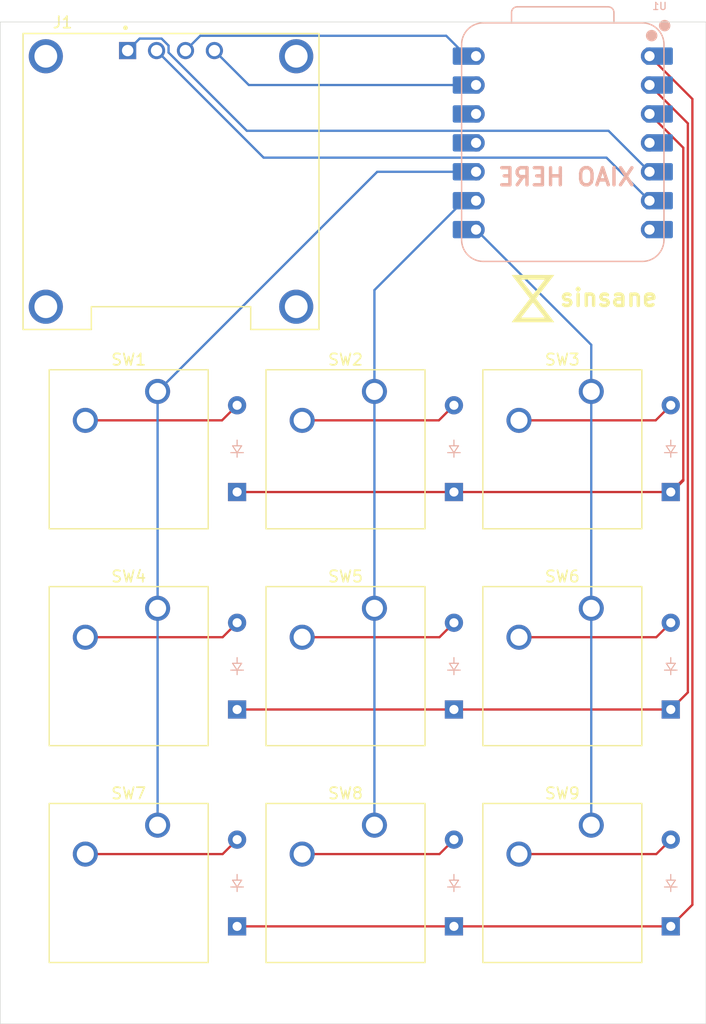
<source format=kicad_pcb>
(kicad_pcb (version 20240108) (generator "pcbnew") (generator_version "8.0")
  (layers (0 "F.Cu" signal) (31 "B.Cu" signal) (34 "B.Paste" user) (35 "F.Paste" user) (36 "B.SilkS" user "B.Silkscreen") (37 "F.SilkS" user "F.Silkscreen") (38 "B.Mask" user) (39 "F.Mask" user) (44 "Edge.Cuts" user))
  (net 0 "")
  (net 1 "Row 0")
  (net 2 "Net-(D1-A)")
  (net 3 "Net-(D2-A)")
  (net 4 "Net-(D3-A)")
  (net 5 "Net-(D4-A)")
  (net 6 "Row 1")
  (net 7 "Net-(D5-A)")
  (net 8 "Net-(D6-A)")
  (net 9 "Row 2")
  (net 10 "Net-(D7-A)")
  (net 11 "Net-(D8-A)")
  (net 12 "Net-(D9-A)")
  (net 13 "Net-(J1-Pin_1)")
  (net 14 "+5V")
  (net 15 "Net-(J1-Pin_2)")
  (net 16 "GND")
  (net 17 "Col 0")
  (net 18 "Col 1")
  (net 19 "Col 2")
  (footprint "OPL:SW_Cherry_MX_1.00u_PCB" (layer "F.Cu") (at 147.63325 93.005)
    (property "Reference" "SW2" (at -2.54 -2.794 0) (layer "F.SilkS"))
    (property "Value" "SW_Push_45deg")
    (fp_line (start -9.525 -1.905) (end 4.445 -1.905) (stroke (width 0.12)) (layer "F.SilkS"))
    (fp_line (start -9.525 12.065) (end -9.525 -1.905) (stroke (width 0.12)) (layer "F.SilkS"))
    (fp_line (start 4.445 -1.905) (end 4.445 12.065) (stroke (width 0.12)) (layer "F.SilkS"))
    (fp_line (start 4.445 12.065) (end -9.525 12.065) (stroke (width 0.12)) (layer "F.SilkS"))
    (pad "" np_thru_hole circle (at -7.62 5.08) (size 1.7 1.7) (drill 1.7) (layers "*.Cu" "*.Mask"))
    (pad "" np_thru_hole circle (at -2.54 5.08) (size 4 4) (drill 4) (layers "*.Cu" "*.Mask"))
    (pad "" np_thru_hole circle (at 2.54 5.08) (size 1.7 1.7) (drill 1.7) (layers "*.Cu" "*.Mask"))
    (pad "1" thru_hole circle (at 0 0) (size 2.2 2.2) (drill 1.5) (layers "*.Cu" "*.Mask") (net 18 "Col 1"))
    (pad "2" thru_hole circle (at -6.35 2.54) (size 2.2 2.2) (drill 1.5) (layers "*.Cu" "*.Mask") (net 3 "Net-(D2-A)"))
  )
  (footprint "OPL:SW_Cherry_MX_1.00u_PCB" (layer "F.Cu") (at 128.58325 93.005)
    (property "Reference" "SW1" (at -2.54 -2.794 0) (layer "F.SilkS"))
    (property "Value" "SW_Push_45deg")
    (fp_line (start -9.525 -1.905) (end 4.445 -1.905) (stroke (width 0.12)) (layer "F.SilkS"))
    (fp_line (start -9.525 12.065) (end -9.525 -1.905) (stroke (width 0.12)) (layer "F.SilkS"))
    (fp_line (start 4.445 -1.905) (end 4.445 12.065) (stroke (width 0.12)) (layer "F.SilkS"))
    (fp_line (start 4.445 12.065) (end -9.525 12.065) (stroke (width 0.12)) (layer "F.SilkS"))
    (pad "" np_thru_hole circle (at -7.62 5.08) (size 1.7 1.7) (drill 1.7) (layers "*.Cu" "*.Mask"))
    (pad "" np_thru_hole circle (at -2.54 5.08) (size 4 4) (drill 4) (layers "*.Cu" "*.Mask"))
    (pad "" np_thru_hole circle (at 2.54 5.08) (size 1.7 1.7) (drill 1.7) (layers "*.Cu" "*.Mask"))
    (pad "1" thru_hole circle (at 0 0) (size 2.2 2.2) (drill 1.5) (layers "*.Cu" "*.Mask") (net 17 "Col 0"))
    (pad "2" thru_hole circle (at -6.35 2.54) (size 2.2 2.2) (drill 1.5) (layers "*.Cu" "*.Mask") (net 2 "Net-(D1-A)"))
  )
  (footprint "OPL:SW_Cherry_MX_1.00u_PCB" (layer "F.Cu") (at 166.68325 93.005)
    (property "Reference" "SW3" (at -2.54 -2.794 0) (layer "F.SilkS"))
    (property "Value" "SW_Push_45deg")
    (fp_line (start -9.525 -1.905) (end 4.445 -1.905) (stroke (width 0.12)) (layer "F.SilkS"))
    (fp_line (start -9.525 12.065) (end -9.525 -1.905) (stroke (width 0.12)) (layer "F.SilkS"))
    (fp_line (start 4.445 -1.905) (end 4.445 12.065) (stroke (width 0.12)) (layer "F.SilkS"))
    (fp_line (start 4.445 12.065) (end -9.525 12.065) (stroke (width 0.12)) (layer "F.SilkS"))
    (pad "" np_thru_hole circle (at -7.62 5.08) (size 1.7 1.7) (drill 1.7) (layers "*.Cu" "*.Mask"))
    (pad "" np_thru_hole circle (at -2.54 5.08) (size 4 4) (drill 4) (layers "*.Cu" "*.Mask"))
    (pad "" np_thru_hole circle (at 2.54 5.08) (size 1.7 1.7) (drill 1.7) (layers "*.Cu" "*.Mask"))
    (pad "1" thru_hole circle (at 0 0) (size 2.2 2.2) (drill 1.5) (layers "*.Cu" "*.Mask") (net 19 "Col 2"))
    (pad "2" thru_hole circle (at -6.35 2.54) (size 2.2 2.2) (drill 1.5) (layers "*.Cu" "*.Mask") (net 4 "Net-(D3-A)"))
  )
  (footprint "OPL:SW_Cherry_MX_1.00u_PCB" (layer "F.Cu") (at 147.63325 131.105)
    (property "Reference" "SW8" (at -2.54 -2.794 0) (layer "F.SilkS"))
    (property "Value" "SW_Push_45deg")
    (fp_line (start -9.525 -1.905) (end 4.445 -1.905) (stroke (width 0.12)) (layer "F.SilkS"))
    (fp_line (start -9.525 12.065) (end -9.525 -1.905) (stroke (width 0.12)) (layer "F.SilkS"))
    (fp_line (start 4.445 -1.905) (end 4.445 12.065) (stroke (width 0.12)) (layer "F.SilkS"))
    (fp_line (start 4.445 12.065) (end -9.525 12.065) (stroke (width 0.12)) (layer "F.SilkS"))
    (pad "" np_thru_hole circle (at -7.62 5.08) (size 1.7 1.7) (drill 1.7) (layers "*.Cu" "*.Mask"))
    (pad "" np_thru_hole circle (at -2.54 5.08) (size 4 4) (drill 4) (layers "*.Cu" "*.Mask"))
    (pad "" np_thru_hole circle (at 2.54 5.08) (size 1.7 1.7) (drill 1.7) (layers "*.Cu" "*.Mask"))
    (pad "1" thru_hole circle (at 0 0) (size 2.2 2.2) (drill 1.5) (layers "*.Cu" "*.Mask") (net 18 "Col 1"))
    (pad "2" thru_hole circle (at -6.35 2.54) (size 2.2 2.2) (drill 1.5) (layers "*.Cu" "*.Mask") (net 11 "Net-(D8-A)"))
  )
  (footprint "OPL:LOGO" (layer "F.Cu") (at 161.562 84.85)
    (property "Reference" "G***" (hide yes))
    (property "Value" "LOGO" (hide yes))
    (fp_poly (pts (xy 0.189904 -2.080819) (xy 0.374523 -2.08074) (xy 0.552913 -2.080611) (xy 0.724128 -2.080434) (xy 0.887227 -2.080214) (xy 1.041263 -2.079951) (xy 1.185295 -2.079649) (xy 1.318377 -2.079311) (xy 1.439566 -2.078939) (xy 1.547918 -2.078536) (xy 1.64249 -2.078105) (xy 1.722336 -2.077647) (xy 1.786514 -2.077167) (xy 1.834079 -2.076666) (xy 1.864087 -2.076147) (xy 1.875595 -2.075613) (xy 1.875692 -2.075559) (xy 1.869805 -2.067351) (xy 1.85261 -2.044626) (xy 1.824801 -2.008284) (xy 1.787074 -1.959223) (xy 1.740124 -1.898342) (xy 1.684648 -1.826539) (xy 1.621341 -1.744714) (xy 1.550898 -1.653766) (xy 1.474015 -1.554593) (xy 1.391389 -1.448095) (xy 1.303713 -1.335169) (xy 1.211685 -1.216715) (xy 1.115999 -1.093633) (xy 1.074615 -1.040423) (xy 0.977558 -0.915571) (xy 0.883867 -0.794897) (xy 0.794238 -0.679305) (xy 0.709369 -0.5697) (xy 0.629954 -0.466985) (xy 0.55669 -0.372067) (xy 0.490275 -0.285848) (xy 0.431403 -0.209233) (xy 0.380772 -0.143127) (xy 0.339077 -0.088434) (xy 0.307016 -0.046059) (xy 0.285285 -0.016906) (xy 0.274579 -0.001879) (xy 0.273538 0) (xy 0.279429 0.008854) (xy 0.296636 0.032212) (xy 0.324464 0.069171) (xy 0.362217 0.118825) (xy 0.409197 0.18027) (xy 0.464709 0.252602) (xy 0.528056 0.334917) (xy 0.598542 0.426309) (xy 0.67547 0.525875) (xy 0.758145 0.63271) (xy 0.845869 0.745909) (xy 0.937946 0.864569) (xy 1.033681 0.987785) (xy 1.074615 1.040423) (xy 1.171638 1.165192) (xy 1.265298 1.285713) (xy 1.354898 1.401085) (xy 1.439744 1.51041) (xy 1.51914 1.61279) (xy 1.59239 1.707325) (xy 1.658799 1.793117) (xy 1.717671 1.869266) (xy 1.76831 1.934874) (xy 1.810021 1.989042) (xy 1.842108 2.030871) (xy 1.863875 2.059462) (xy 1.874628 2.073917) (xy 1.875692 2.075558) (xy 1.86608 2.076093) (xy 1.837874 2.076614) (xy 1.792016 2.077117) (xy 1.729453 2.077599) (xy 1.651126 2.078059) (xy 1.55798 2.078493) (xy 1.45096 2.078899) (xy 1.331008 2.079275) (xy 1.199069 2.079616) (xy 1.056086 2.079922) (xy 0.903005 2.080188) (xy 0.740768 2.080413) (xy 0.570319 2.080594) (xy 0.392602 2.080728) (xy 0.208562 2.080813) (xy 0.019142 2.080845) (xy 0 2.080846) (xy -0.189905 2.080819) (xy -0.374524 2.080739) (xy -0.552913 2.08061) (xy -0.724129 2.080433) (xy -0.887227 2.080213) (xy -1.041264 2.07995) (xy -1.185296 2.079648) (xy -1.318378 2.07931) (xy -1.439567 2.078938) (xy -1.547919 2.078535) (xy -1.64249 2.078104) (xy -1.722337 2.077646) (xy -1.786514 2.077166) (xy -1.834079 2.076665) (xy -1.864088 2.076146) (xy -1.875596 2.075612) (xy -1.875693 2.075558) (xy -1.869806 2.06735) (xy -1.852611 2.044626) (xy -1.824802 2.008283) (xy -1.787074 1.959222) (xy -1.740125 1.898341) (xy -1.684649 1.826538) (xy -1.621342 1.744714) (xy -1.559804 1.665262) (xy -1.02577 1.665262) (xy -1.016213 1.665981) (xy -0.988395 1.666671) (xy -0.94359 1.667326) (xy -0.883077 1.667938) (xy -0.808131 1.668502) (xy -0.720028 1.669011) (xy -0.620045 1.669458) (xy -0.509458 1.669837) (xy -0.389544 1.670141) (xy -0.261579 1.670363) (xy -0.12684 1.670498) (xy 0 1.670538) (xy 0.139774 1.670489) (xy 0.27393 1.670346) (xy 0.401192 1.670115) (xy 0.520283 1.669804) (xy 0.629926 1.669419) (xy 0.728845 1.668965) (xy 0.815764 1.668451) (xy 0.889406 1.667882) (xy 0.948496 1.667266) (xy 0.991756 1.666607) (xy 1.01791 1.665914) (xy 1.025769 1.665262) (xy 1.019916 1.656459) (xy 1.00307 1.6337) (xy 0.976298 1.598352) (xy 0.940669 1.551783) (xy 0.897249 1.49536) (xy 0.847108 1.43045) (xy 0.791312 1.358422) (xy 0.73093 1.280642) (xy 0.66703 1.198478) (xy 0.600679 1.113298) (xy 0.532945 1.026468) (xy 0.464896 0.939357) (xy 0.3976 0.853332) (xy 0.332125 0.76976) (xy 0.269538 0.690009) (xy 0.210908 0.615447) (xy 0.157302 0.547439) (xy 0.109789 0.487356) (xy 0.069435 0.436562) (xy 0.03731 0.396427) (xy 0.01448 0.368317) (xy 0.002014 0.353601) (xy 0 0.351692) (xy -0.006875 0.359187) (xy -0.024647 0.380759) (xy -0.052251 0.415042) (xy -0.088617 0.460669) (xy -0.132677 0.51627) (xy -0.183365 0.58048) (xy -0.239612 0.65193) (xy -0.300351 0.729254) (xy -0.364513 0.811083) (xy -0.43103 0.89605) (xy -0.498835 0.982788) (xy -0.566861 1.06993) (xy -0.634038 1.156107) (xy -0.699299 1.239952) (xy -0.761577 1.320099) (xy -0.819803 1.395179) (xy -0.87291 1.463825) (xy -0.91983 1.524669) (xy -0.959494 1.576345) (xy -0.990836 1.617484) (xy -1.012787 1.646719) (xy -1.024279 1.662683) (xy -1.02577 1.665262) (xy -1.559804 1.665262) (xy -1.550899 1.653765) (xy -1.474016 1.554592) (xy -1.391389 1.448094) (xy -1.303714 1.335168) (xy -1.211685 1.216715) (xy -1.116 1.093632) (xy -1.074616 1.040423) (xy -0.977559 0.915571) (xy -0.883868 0.794896) (xy -0.794239 0.679304) (xy -0.709369 0.569699) (xy -0.629955 0.466985) (xy -0.556691 0.372066) (xy -0.490275 0.285847) (xy -0.431404 0.209232) (xy -0.380773 0.143126) (xy -0.339078 0.088434) (xy -0.307017 0.046058) (xy -0.285286 0.016905) (xy -0.27458 0.001878) (xy -0.273539 0) (xy -0.279429 -0.008855) (xy -0.296637 -0.032213) (xy -0.324465 -0.069172) (xy -0.362218 -0.118826) (xy -0.409198 -0.180271) (xy -0.46471 -0.252603) (xy -0.528057 -0.334917) (xy -0.598543 -0.42631) (xy -0.675471 -0.525876) (xy -0.758145 -0.632711) (xy -0.84587 -0.74591) (xy -0.937947 -0.86457) (xy -1.033682 -0.987786) (xy -1.074616 -1.040423) (xy -1.171639 -1.165193) (xy -1.265298 -1.285713) (xy -1.354899 -1.401086) (xy -1.439745 -1.510411) (xy -1.519141 -1.612791) (xy -1.559799 -1.665263) (xy -1.02577 -1.665263) (xy -1.019917 -1.65646) (xy -1.003071 -1.633701) (xy -0.976299 -1.598353) (xy -0.94067 -1.551784) (xy -0.89725 -1.49536) (xy -0.847109 -1.430451) (xy -0.791313 -1.358423) (xy -0.730931 -1.280643) (xy -0.667031 -1.198479) (xy -0.600679 -1.113299) (xy -0.532945 -1.026469) (xy -0.464897 -0.939358) (xy -0.397601 -0.853333) (xy -0.332126 -0.769761) (xy -0.269539 -0.69001) (xy -0.210909 -0.615447) (xy -0.157303 -0.54744) (xy -0.10979 -0.487356) (xy -0.069436 -0.436563) (xy -0.037311 -0.396428) (xy -0.014481 -0.368318) (xy -0.002014 -0.353601) (xy 0 -0.351693) (xy 0.007093 -0.359227) (xy 0.025267 -0.381081) (xy 0.053636 -0.416132) (xy 0.091312 -0.463257) (xy 0.137406 -0.521332) (xy 0.191032 -0.589234) (xy 0.251301 -0.665841) (xy 0.317327 -0.750028) (xy 0.388221 -0.840674) (xy 0.463096 -0.936654) (xy 0.516956 -1.00584) (xy 0.593971 -1.104913) (xy 0.667443 -1.199549) (xy 0.736501 -1.288614) (xy 0.800269 -1.370977) (xy 0.857876 -1.445506) (xy 0.908447 -1.51107) (xy 0.95111 -1.566536) (xy 0.984991 -1.610773) (xy 1.009216 -1.642649) (xy 1.022913 -1.661033) (xy 1.025769 -1.665263) (xy 1.016212 -1.665982) (xy 0.988394 -1.666672) (xy 0.94359 -1.667326) (xy 0.883076 -1.667939) (xy 0.80813 -1.668503) (xy 0.720027 -1.669012) (xy 0.620044 -1.669459) (xy 0.509457 -1.669838) (xy 0.389543 -1.670141) (xy 0.261578 -1.670364) (xy 0.126839 -1.670498) (xy 0 -1.670539) (xy -0.139775 -1.67049) (xy -0.273931 -1.670347) (xy -0.401193 -1.670116) (xy -0.520283 -1.669805) (xy -0.629926 -1.669419) (xy -0.728846 -1.668966) (xy -0.815765 -1.668452) (xy -0.889407 -1.667883) (xy -0.948497 -1.667266) (xy -0.991757 -1.666608) (xy -1.017911 -1.665915) (xy -1.02577 -1.665263) (xy -1.559799 -1.665263) (xy -1.592391 -1.707326) (xy -1.6588 -1.793117) (xy -1.717672 -1.869267) (xy -1.768311 -1.934875) (xy -1.810022 -1.989043) (xy -1.842109 -2.030872) (xy -1.863876 -2.059463) (xy -1.874629 -2.073918) (xy -1.875693 -2.075559) (xy -1.866081 -2.076094) (xy -1.837874 -2.076615) (xy -1.792017 -2.077118) (xy -1.729453 -2.0776) (xy -1.651127 -2.07806) (xy -1.557981 -2.078494) (xy -1.45096 -2.0789) (xy -1.331009 -2.079275) (xy -1.19907 -2.079617) (xy -1.056087 -2.079923) (xy -0.903006 -2.080189) (xy -0.740768 -2.080414) (xy -0.57032 -2.080595) (xy -0.392603 -2.080729) (xy -0.208563 -2.080814) (xy -0.019143 -2.080846) (xy 0 -2.080847)) (fill solid) (layer "F.SilkS"))
  )
  (footprint "OPL:SW_Cherry_MX_1.00u_PCB" (layer "F.Cu") (at 128.58325 112.055)
    (property "Reference" "SW4" (at -2.54 -2.794 0) (layer "F.SilkS"))
    (property "Value" "SW_Push_45deg")
    (fp_line (start -9.525 -1.905) (end 4.445 -1.905) (stroke (width 0.12)) (layer "F.SilkS"))
    (fp_line (start -9.525 12.065) (end -9.525 -1.905) (stroke (width 0.12)) (layer "F.SilkS"))
    (fp_line (start 4.445 -1.905) (end 4.445 12.065) (stroke (width 0.12)) (layer "F.SilkS"))
    (fp_line (start 4.445 12.065) (end -9.525 12.065) (stroke (width 0.12)) (layer "F.SilkS"))
    (pad "" np_thru_hole circle (at -7.62 5.08) (size 1.7 1.7) (drill 1.7) (layers "*.Cu" "*.Mask"))
    (pad "" np_thru_hole circle (at -2.54 5.08) (size 4 4) (drill 4) (layers "*.Cu" "*.Mask"))
    (pad "" np_thru_hole circle (at 2.54 5.08) (size 1.7 1.7) (drill 1.7) (layers "*.Cu" "*.Mask"))
    (pad "1" thru_hole circle (at 0 0) (size 2.2 2.2) (drill 1.5) (layers "*.Cu" "*.Mask") (net 17 "Col 0"))
    (pad "2" thru_hole circle (at -6.35 2.54) (size 2.2 2.2) (drill 1.5) (layers "*.Cu" "*.Mask") (net 5 "Net-(D4-A)"))
  )
  (footprint "OPL:MODULE_DM-OLED096-636" (layer "F.Cu") (at 129.762 74.5625)
    (property "Reference" "J1" (at -9.525 -13.97 0) (layer "F.SilkS"))
    (property "Value" "Conn_01x04_Pin")
    (fp_line (start -13 -13) (end 13 -13) (stroke (width 0.127)) (layer "F.SilkS"))
    (fp_line (start -13 13) (end -13 -13) (stroke (width 0.127)) (layer "F.SilkS"))
    (fp_line (start -7 11) (end -7 13) (stroke (width 0.127)) (layer "F.SilkS"))
    (fp_line (start -7 13) (end -13 13) (stroke (width 0.127)) (layer "F.SilkS"))
    (fp_line (start 7 11) (end -7 11) (stroke (width 0.127)) (layer "F.SilkS"))
    (fp_line (start 7 13) (end 7 11) (stroke (width 0.127)) (layer "F.SilkS"))
    (fp_line (start 13 -13) (end 13 13) (stroke (width 0.127)) (layer "F.SilkS"))
    (fp_line (start 13 13) (end 7 13) (stroke (width 0.127)) (layer "F.SilkS"))
    (fp_circle (center -4 -13.5) (end -3.9 -13.5) (stroke (width 0.2)) (fill none) (layer "F.SilkS"))
    (pad "1" thru_hole rect (at -3.81 -11.5) (size 1.508 1.508) (drill 1) (layers "*.Cu" "*.Mask") (net 13 "Net-(J1-Pin_1)"))
    (pad "2" thru_hole circle (at -1.27 -11.5) (size 1.508 1.508) (drill 1) (layers "*.Cu" "*.Mask") (net 15 "Net-(J1-Pin_2)"))
    (pad "3" thru_hole circle (at 1.27 -11.5) (size 1.508 1.508) (drill 1) (layers "*.Cu" "*.Mask") (net 14 "+5V"))
    (pad "4" thru_hole circle (at 3.81 -11.5) (size 1.508 1.508) (drill 1) (layers "*.Cu" "*.Mask") (net 16 "GND"))
    (pad "S1" thru_hole circle (at -11 -11) (size 3 3) (drill 2) (layers "*.Cu" "*.Mask"))
    (pad "S2" thru_hole circle (at 11 -11) (size 3 3) (drill 2) (layers "*.Cu" "*.Mask"))
    (pad "S3" thru_hole circle (at 11 11) (size 3 3) (drill 2) (layers "*.Cu" "*.Mask"))
    (pad "S4" thru_hole circle (at -11 11) (size 3 3) (drill 2) (layers "*.Cu" "*.Mask"))
  )
  (footprint "OPL:SW_Cherry_MX_1.00u_PCB" (layer "F.Cu") (at 128.58325 131.105)
    (property "Reference" "SW7" (at -2.54 -2.794 0) (layer "F.SilkS"))
    (property "Value" "SW_Push_45deg")
    (fp_line (start -9.525 -1.905) (end 4.445 -1.905) (stroke (width 0.12)) (layer "F.SilkS"))
    (fp_line (start -9.525 12.065) (end -9.525 -1.905) (stroke (width 0.12)) (layer "F.SilkS"))
    (fp_line (start 4.445 -1.905) (end 4.445 12.065) (stroke (width 0.12)) (layer "F.SilkS"))
    (fp_line (start 4.445 12.065) (end -9.525 12.065) (stroke (width 0.12)) (layer "F.SilkS"))
    (pad "" np_thru_hole circle (at -7.62 5.08) (size 1.7 1.7) (drill 1.7) (layers "*.Cu" "*.Mask"))
    (pad "" np_thru_hole circle (at -2.54 5.08) (size 4 4) (drill 4) (layers "*.Cu" "*.Mask"))
    (pad "" np_thru_hole circle (at 2.54 5.08) (size 1.7 1.7) (drill 1.7) (layers "*.Cu" "*.Mask"))
    (pad "1" thru_hole circle (at 0 0) (size 2.2 2.2) (drill 1.5) (layers "*.Cu" "*.Mask") (net 17 "Col 0"))
    (pad "2" thru_hole circle (at -6.35 2.54) (size 2.2 2.2) (drill 1.5) (layers "*.Cu" "*.Mask") (net 10 "Net-(D7-A)"))
  )
  (footprint "OPL:SW_Cherry_MX_1.00u_PCB" (layer "F.Cu") (at 166.68325 131.105)
    (property "Reference" "SW9" (at -2.54 -2.794 0) (layer "F.SilkS"))
    (property "Value" "SW_Push_45deg")
    (fp_line (start -9.525 -1.905) (end 4.445 -1.905) (stroke (width 0.12)) (layer "F.SilkS"))
    (fp_line (start -9.525 12.065) (end -9.525 -1.905) (stroke (width 0.12)) (layer "F.SilkS"))
    (fp_line (start 4.445 -1.905) (end 4.445 12.065) (stroke (width 0.12)) (layer "F.SilkS"))
    (fp_line (start 4.445 12.065) (end -9.525 12.065) (stroke (width 0.12)) (layer "F.SilkS"))
    (pad "" np_thru_hole circle (at -7.62 5.08) (size 1.7 1.7) (drill 1.7) (layers "*.Cu" "*.Mask"))
    (pad "" np_thru_hole circle (at -2.54 5.08) (size 4 4) (drill 4) (layers "*.Cu" "*.Mask"))
    (pad "" np_thru_hole circle (at 2.54 5.08) (size 1.7 1.7) (drill 1.7) (layers "*.Cu" "*.Mask"))
    (pad "1" thru_hole circle (at 0 0) (size 2.2 2.2) (drill 1.5) (layers "*.Cu" "*.Mask") (net 19 "Col 2"))
    (pad "2" thru_hole circle (at -6.35 2.54) (size 2.2 2.2) (drill 1.5) (layers "*.Cu" "*.Mask") (net 12 "Net-(D9-A)"))
  )
  (footprint "OPL:SW_Cherry_MX_1.00u_PCB" (layer "F.Cu") (at 147.63325 112.055)
    (property "Reference" "SW5" (at -2.54 -2.794 0) (layer "F.SilkS"))
    (property "Value" "SW_Push_45deg")
    (fp_line (start -9.525 -1.905) (end 4.445 -1.905) (stroke (width 0.12)) (layer "F.SilkS"))
    (fp_line (start -9.525 12.065) (end -9.525 -1.905) (stroke (width 0.12)) (layer "F.SilkS"))
    (fp_line (start 4.445 -1.905) (end 4.445 12.065) (stroke (width 0.12)) (layer "F.SilkS"))
    (fp_line (start 4.445 12.065) (end -9.525 12.065) (stroke (width 0.12)) (layer "F.SilkS"))
    (pad "" np_thru_hole circle (at -7.62 5.08) (size 1.7 1.7) (drill 1.7) (layers "*.Cu" "*.Mask"))
    (pad "" np_thru_hole circle (at -2.54 5.08) (size 4 4) (drill 4) (layers "*.Cu" "*.Mask"))
    (pad "" np_thru_hole circle (at 2.54 5.08) (size 1.7 1.7) (drill 1.7) (layers "*.Cu" "*.Mask"))
    (pad "1" thru_hole circle (at 0 0) (size 2.2 2.2) (drill 1.5) (layers "*.Cu" "*.Mask") (net 18 "Col 1"))
    (pad "2" thru_hole circle (at -6.35 2.54) (size 2.2 2.2) (drill 1.5) (layers "*.Cu" "*.Mask") (net 7 "Net-(D5-A)"))
  )
  (footprint "OPL:SW_Cherry_MX_1.00u_PCB" (layer "F.Cu") (at 166.68325 112.055)
    (property "Reference" "SW6" (at -2.54 -2.794 0) (layer "F.SilkS"))
    (property "Value" "SW_Push_45deg")
    (fp_line (start -9.525 -1.905) (end 4.445 -1.905) (stroke (width 0.12)) (layer "F.SilkS"))
    (fp_line (start -9.525 12.065) (end -9.525 -1.905) (stroke (width 0.12)) (layer "F.SilkS"))
    (fp_line (start 4.445 -1.905) (end 4.445 12.065) (stroke (width 0.12)) (layer "F.SilkS"))
    (fp_line (start 4.445 12.065) (end -9.525 12.065) (stroke (width 0.12)) (layer "F.SilkS"))
    (pad "" np_thru_hole circle (at -7.62 5.08) (size 1.7 1.7) (drill 1.7) (layers "*.Cu" "*.Mask"))
    (pad "" np_thru_hole circle (at -2.54 5.08) (size 4 4) (drill 4) (layers "*.Cu" "*.Mask"))
    (pad "" np_thru_hole circle (at 2.54 5.08) (size 1.7 1.7) (drill 1.7) (layers "*.Cu" "*.Mask"))
    (pad "1" thru_hole circle (at 0 0) (size 2.2 2.2) (drill 1.5) (layers "*.Cu" "*.Mask") (net 19 "Col 2"))
    (pad "2" thru_hole circle (at -6.35 2.54) (size 2.2 2.2) (drill 1.5) (layers "*.Cu" "*.Mask") (net 8 "Net-(D6-A)"))
  )
  (footprint "OPL:Diode_DO-35" (layer "B.Cu") (at 154.61825 120.945 90)
    (property "Reference" "D5" (hide yes))
    (property "Value" "D" (hide yes))
    (fp_line (start 3.46 -0.55) (end 3.46 0.55) (stroke (width 0.1)) (layer "B.SilkS"))
    (fp_line (start 4.06 -0.4) (end 4.06 0.4) (stroke (width 0.1)) (layer "B.SilkS"))
    (fp_line (start 4.56 0) (end 4.06 0) (stroke (width 0.1)) (layer "B.SilkS"))
    (fp_line (start 3.46 0) (end 4.06 -0.4) (stroke (width 0.1)) (layer "B.SilkS"))
    (fp_line (start 3.46 0) (end 3.06 0) (stroke (width 0.1)) (layer "B.SilkS"))
    (fp_line (start 4.06 0.4) (end 3.46 0) (stroke (width 0.1)) (layer "B.SilkS"))
    (pad "1" thru_hole rect (at 0 0 90) (size 1.6 1.6) (drill 0.8) (layers "*.Cu" "*.Mask") (net 6 "Row 1"))
    (pad "2" thru_hole oval (at 7.62 0 90) (size 1.6 1.6) (drill 0.8) (layers "*.Cu" "*.Mask") (net 7 "Net-(D5-A)"))
  )
  (footprint "OPL:Diode_DO-35" (layer "B.Cu") (at 173.66825 120.945 90)
    (property "Reference" "D6" (hide yes))
    (property "Value" "D" (hide yes))
    (fp_line (start 3.46 -0.55) (end 3.46 0.55) (stroke (width 0.1)) (layer "B.SilkS"))
    (fp_line (start 4.06 -0.4) (end 4.06 0.4) (stroke (width 0.1)) (layer "B.SilkS"))
    (fp_line (start 4.56 0) (end 4.06 0) (stroke (width 0.1)) (layer "B.SilkS"))
    (fp_line (start 3.46 0) (end 4.06 -0.4) (stroke (width 0.1)) (layer "B.SilkS"))
    (fp_line (start 3.46 0) (end 3.06 0) (stroke (width 0.1)) (layer "B.SilkS"))
    (fp_line (start 4.06 0.4) (end 3.46 0) (stroke (width 0.1)) (layer "B.SilkS"))
    (pad "1" thru_hole rect (at 0 0 90) (size 1.6 1.6) (drill 0.8) (layers "*.Cu" "*.Mask") (net 6 "Row 1"))
    (pad "2" thru_hole oval (at 7.62 0 90) (size 1.6 1.6) (drill 0.8) (layers "*.Cu" "*.Mask") (net 8 "Net-(D6-A)"))
  )
  (footprint "OPL:Diode_DO-35" (layer "B.Cu") (at 135.56825 139.995 90)
    (property "Reference" "D7" (hide yes))
    (property "Value" "D" (hide yes))
    (fp_line (start 3.46 -0.55) (end 3.46 0.55) (stroke (width 0.1)) (layer "B.SilkS"))
    (fp_line (start 4.06 -0.4) (end 4.06 0.4) (stroke (width 0.1)) (layer "B.SilkS"))
    (fp_line (start 4.56 0) (end 4.06 0) (stroke (width 0.1)) (layer "B.SilkS"))
    (fp_line (start 3.46 0) (end 4.06 -0.4) (stroke (width 0.1)) (layer "B.SilkS"))
    (fp_line (start 3.46 0) (end 3.06 0) (stroke (width 0.1)) (layer "B.SilkS"))
    (fp_line (start 4.06 0.4) (end 3.46 0) (stroke (width 0.1)) (layer "B.SilkS"))
    (pad "1" thru_hole rect (at 0 0 90) (size 1.6 1.6) (drill 0.8) (layers "*.Cu" "*.Mask") (net 9 "Row 2"))
    (pad "2" thru_hole oval (at 7.62 0 90) (size 1.6 1.6) (drill 0.8) (layers "*.Cu" "*.Mask") (net 10 "Net-(D7-A)"))
  )
  (footprint "OPL:Diode_DO-35" (layer "B.Cu") (at 135.56825 101.84125 90)
    (property "Reference" "D1" (hide yes))
    (property "Value" "D" (hide yes))
    (fp_line (start 3.46 -0.55) (end 3.46 0.55) (stroke (width 0.1)) (layer "B.SilkS"))
    (fp_line (start 4.06 -0.4) (end 4.06 0.4) (stroke (width 0.1)) (layer "B.SilkS"))
    (fp_line (start 4.56 0) (end 4.06 0) (stroke (width 0.1)) (layer "B.SilkS"))
    (fp_line (start 3.46 0) (end 4.06 -0.4) (stroke (width 0.1)) (layer "B.SilkS"))
    (fp_line (start 3.46 0) (end 3.06 0) (stroke (width 0.1)) (layer "B.SilkS"))
    (fp_line (start 4.06 0.4) (end 3.46 0) (stroke (width 0.1)) (layer "B.SilkS"))
    (pad "1" thru_hole rect (at 0 0 90) (size 1.6 1.6) (drill 0.8) (layers "*.Cu" "*.Mask") (net 1 "Row 0"))
    (pad "2" thru_hole oval (at 7.62 0 90) (size 1.6 1.6) (drill 0.8) (layers "*.Cu" "*.Mask") (net 2 "Net-(D1-A)"))
  )
  (footprint "OPL:Diode_DO-35" (layer "B.Cu") (at 154.61825 139.995 90)
    (property "Reference" "D8" (hide yes))
    (property "Value" "D" (hide yes))
    (fp_line (start 3.46 -0.55) (end 3.46 0.55) (stroke (width 0.1)) (layer "B.SilkS"))
    (fp_line (start 4.06 -0.4) (end 4.06 0.4) (stroke (width 0.1)) (layer "B.SilkS"))
    (fp_line (start 4.56 0) (end 4.06 0) (stroke (width 0.1)) (layer "B.SilkS"))
    (fp_line (start 3.46 0) (end 4.06 -0.4) (stroke (width 0.1)) (layer "B.SilkS"))
    (fp_line (start 3.46 0) (end 3.06 0) (stroke (width 0.1)) (layer "B.SilkS"))
    (fp_line (start 4.06 0.4) (end 3.46 0) (stroke (width 0.1)) (layer "B.SilkS"))
    (pad "1" thru_hole rect (at 0 0 90) (size 1.6 1.6) (drill 0.8) (layers "*.Cu" "*.Mask") (net 9 "Row 2"))
    (pad "2" thru_hole oval (at 7.62 0 90) (size 1.6 1.6) (drill 0.8) (layers "*.Cu" "*.Mask") (net 11 "Net-(D8-A)"))
  )
  (footprint "OPL:XIAO-RP2040-DIP" (layer "B.Cu") (at 164.182 71.17 180)
    (property "Reference" "U1" (at -8.5 12 0) (layer "B.SilkS") (effects (font (size 0.635 0.635) (thickness 0.1016)) (justify mirror)))
    (property "Value" "XIAO-RP2040-DIP")
    (fp_line (start 8.89 8.636) (end 8.89 -8.509) (stroke (width 0.127)) (layer "B.SilkS"))
    (fp_line (start 6.985 -10.414) (end -6.985 -10.414) (stroke (width 0.127)) (layer "B.SilkS"))
    (fp_line (start 4.504 10.541) (end 4.504 11.451) (stroke (width 0.127)) (layer "B.SilkS"))
    (fp_line (start 4.004 11.951) (end -3.991272 11.951) (stroke (width 0.127)) (layer "B.SilkS"))
    (fp_line (start -4.491272 11.451272) (end -4.495 10.541) (stroke (width 0.127)) (layer "B.SilkS"))
    (fp_line (start -6.985 10.541) (end 6.985 10.541) (stroke (width 0.1)) (layer "B.SilkS"))
    (fp_line (start -6.985 10.541) (end 6.985 10.541) (stroke (width 0.127)) (layer "B.SilkS"))
    (fp_line (start -8.89 8.636) (end -8.89 -8.509) (stroke (width 0.127)) (layer "B.SilkS"))
    (fp_arc (start 8.89 8.636) (mid 8.332038 9.983038) (end 6.985 10.541) (stroke (width 0.127)) (layer "B.SilkS"))
    (fp_arc (start 6.985 -10.414) (mid 8.332038 -9.856038) (end 8.89 -8.509) (stroke (width 0.127)) (layer "B.SilkS"))
    (fp_arc (start 4.504 11.451) (mid 4.357553 11.804553) (end 4.004 11.951) (stroke (width 0.127)) (layer "B.SilkS"))
    (fp_arc (start -3.991272 11.951) (mid -4.344724 11.804644) (end -4.491272 11.451272) (stroke (width 0.127)) (layer "B.SilkS"))
    (fp_arc (start -6.985 10.541) (mid -8.332038 9.983038) (end -8.89 8.636) (stroke (width 0.127)) (layer "B.SilkS"))
    (fp_arc (start -8.89 -8.509) (mid -8.332038 -9.856038) (end -6.985 -10.414) (stroke (width 0.127)) (layer "B.SilkS"))
    (fp_circle (center -7.807 9.42) (end -7.807 9.674) (stroke (width 0.5)) (fill solid) (layer "B.SilkS"))
    (fp_circle (center -8.95 10.3) (end -8.95 10.554) (stroke (width 0.5)) (fill solid) (layer "B.SilkS"))
    (pad "1" smd roundrect (at -8.455 7.62) (size 2.432 1.524) (layers "B.Cu" "B.Mask") (roundrect_rratio 0.1) (net 9 "Row 2"))
    (pad "1" thru_hole circle (at -7.62 7.62) (size 1.524 1.524) (drill 0.889) (layers "*.Cu" "*.Mask") (net 9 "Row 2"))
    (pad "2" smd roundrect (at -8.455 5.08) (size 2.432 1.524) (layers "B.Cu" "B.Mask") (roundrect_rratio 0.1) (net 6 "Row 1"))
    (pad "2" thru_hole circle (at -7.62 5.08) (size 1.524 1.524) (drill 0.889) (layers "*.Cu" "*.Mask") (net 6 "Row 1"))
    (pad "3" smd roundrect (at -8.455 2.54) (size 2.432 1.524) (layers "B.Cu" "B.Mask") (roundrect_rratio 0.1) (net 1 "Row 0"))
    (pad "3" thru_hole circle (at -7.62 2.54) (size 1.524 1.524) (drill 0.889) (layers "*.Cu" "*.Mask") (net 1 "Row 0"))
    (pad "4" smd roundrect (at -8.455 0) (size 2.432 1.524) (layers "B.Cu" "B.Mask") (roundrect_rratio 0.1))
    (pad "4" thru_hole circle (at -7.62 0) (size 1.524 1.524) (drill 0.889) (layers "*.Cu" "*.Mask"))
    (pad "5" smd roundrect (at -8.455 -2.54) (size 2.432 1.524) (layers "B.Cu" "B.Mask") (roundrect_rratio 0.1) (net 13 "Net-(J1-Pin_1)"))
    (pad "5" thru_hole circle (at -7.62 -2.54) (size 1.524 1.524) (drill 0.889) (layers "*.Cu" "*.Mask") (net 13 "Net-(J1-Pin_1)"))
    (pad "6" smd roundrect (at -8.455 -5.08) (size 2.432 1.524) (layers "B.Cu" "B.Mask") (roundrect_rratio 0.1) (net 15 "Net-(J1-Pin_2)"))
    (pad "6" thru_hole circle (at -7.62 -5.08) (size 1.524 1.524) (drill 0.889) (layers "*.Cu" "*.Mask") (net 15 "Net-(J1-Pin_2)"))
    (pad "7" smd roundrect (at -8.455 -7.62) (size 2.432 1.524) (layers "B.Cu" "B.Mask") (roundrect_rratio 0.1))
    (pad "7" thru_hole circle (at -7.62 -7.62) (size 1.524 1.524) (drill 0.889) (layers "*.Cu" "*.Mask"))
    (pad "8" thru_hole circle (at 7.62 -7.62 180) (size 1.524 1.524) (drill 0.889) (layers "*.Cu" "*.Mask") (net 19 "Col 2"))
    (pad "8" smd roundrect (at 8.455 -7.62 180) (size 2.432 1.524) (layers "B.Cu" "B.Mask") (roundrect_rratio 0.1) (net 19 "Col 2"))
    (pad "9" thru_hole circle (at 7.62 -5.08 180) (size 1.524 1.524) (drill 0.889) (layers "*.Cu" "*.Mask") (net 18 "Col 1"))
    (pad "9" smd roundrect (at 8.455 -5.08 180) (size 2.432 1.524) (layers "B.Cu" "B.Mask") (roundrect_rratio 0.1) (net 18 "Col 1"))
    (pad "10" thru_hole circle (at 7.62 -2.54 180) (size 1.524 1.524) (drill 0.889) (layers "*.Cu" "*.Mask") (net 17 "Col 0"))
    (pad "10" smd roundrect (at 8.455 -2.54 180) (size 2.432 1.524) (layers "B.Cu" "B.Mask") (roundrect_rratio 0.1) (net 17 "Col 0"))
    (pad "11" thru_hole circle (at 7.62 0 180) (size 1.524 1.524) (drill 0.889) (layers "*.Cu" "*.Mask"))
    (pad "11" smd roundrect (at 8.455 0 180) (size 2.432 1.524) (layers "B.Cu" "B.Mask") (roundrect_rratio 0.1))
    (pad "12" thru_hole circle (at 7.62 2.54 180) (size 1.524 1.524) (drill 0.889) (layers "*.Cu" "*.Mask"))
    (pad "12" smd roundrect (at 8.455 2.54 180) (size 2.432 1.524) (layers "B.Cu" "B.Mask") (roundrect_rratio 0.1))
    (pad "13" thru_hole circle (at 7.62 5.08 180) (size 1.524 1.524) (drill 0.889) (layers "*.Cu" "*.Mask") (net 16 "GND"))
    (pad "13" smd roundrect (at 8.455 5.08 180) (size 2.432 1.524) (layers "B.Cu" "B.Mask") (roundrect_rratio 0.1) (net 16 "GND"))
    (pad "14" thru_hole circle (at 7.62 7.62 180) (size 1.524 1.524) (drill 0.889) (layers "*.Cu" "*.Mask") (net 14 "+5V"))
    (pad "14" smd roundrect (at 8.455 7.62 180) (size 2.432 1.524) (layers "B.Cu" "B.Mask") (roundrect_rratio 0.1) (net 14 "+5V"))
  )
  (footprint "OPL:Diode_DO-35" (layer "B.Cu") (at 135.56825 120.945 90)
    (property "Reference" "D4" (hide yes))
    (property "Value" "D" (hide yes))
    (fp_line (start 3.46 -0.55) (end 3.46 0.55) (stroke (width 0.1)) (layer "B.SilkS"))
    (fp_line (start 4.06 -0.4) (end 4.06 0.4) (stroke (width 0.1)) (layer "B.SilkS"))
    (fp_line (start 4.56 0) (end 4.06 0) (stroke (width 0.1)) (layer "B.SilkS"))
    (fp_line (start 3.46 0) (end 4.06 -0.4) (stroke (width 0.1)) (layer "B.SilkS"))
    (fp_line (start 3.46 0) (end 3.06 0) (stroke (width 0.1)) (layer "B.SilkS"))
    (fp_line (start 4.06 0.4) (end 3.46 0) (stroke (width 0.1)) (layer "B.SilkS"))
    (pad "1" thru_hole rect (at 0 0 90) (size 1.6 1.6) (drill 0.8) (layers "*.Cu" "*.Mask") (net 6 "Row 1"))
    (pad "2" thru_hole oval (at 7.62 0 90) (size 1.6 1.6) (drill 0.8) (layers "*.Cu" "*.Mask") (net 5 "Net-(D4-A)"))
  )
  (footprint "OPL:Diode_DO-35" (layer "B.Cu") (at 173.66825 139.995 90)
    (property "Reference" "D9" (hide yes))
    (property "Value" "D" (hide yes))
    (fp_line (start 3.46 -0.55) (end 3.46 0.55) (stroke (width 0.1)) (layer "B.SilkS"))
    (fp_line (start 4.06 -0.4) (end 4.06 0.4) (stroke (width 0.1)) (layer "B.SilkS"))
    (fp_line (start 4.56 0) (end 4.06 0) (stroke (width 0.1)) (layer "B.SilkS"))
    (fp_line (start 3.46 0) (end 4.06 -0.4) (stroke (width 0.1)) (layer "B.SilkS"))
    (fp_line (start 3.46 0) (end 3.06 0) (stroke (width 0.1)) (layer "B.SilkS"))
    (fp_line (start 4.06 0.4) (end 3.46 0) (stroke (width 0.1)) (layer "B.SilkS"))
    (pad "1" thru_hole rect (at 0 0 90) (size 1.6 1.6) (drill 0.8) (layers "*.Cu" "*.Mask") (net 9 "Row 2"))
    (pad "2" thru_hole oval (at 7.62 0 90) (size 1.6 1.6) (drill 0.8) (layers "*.Cu" "*.Mask") (net 12 "Net-(D9-A)"))
  )
  (footprint "OPL:Diode_DO-35" (layer "B.Cu") (at 154.61825 101.84125 90)
    (property "Reference" "D2" (hide yes))
    (property "Value" "D" (hide yes))
    (fp_line (start 3.46 -0.55) (end 3.46 0.55) (stroke (width 0.1)) (layer "B.SilkS"))
    (fp_line (start 4.06 -0.4) (end 4.06 0.4) (stroke (width 0.1)) (layer "B.SilkS"))
    (fp_line (start 4.56 0) (end 4.06 0) (stroke (width 0.1)) (layer "B.SilkS"))
    (fp_line (start 3.46 0) (end 4.06 -0.4) (stroke (width 0.1)) (layer "B.SilkS"))
    (fp_line (start 3.46 0) (end 3.06 0) (stroke (width 0.1)) (layer "B.SilkS"))
    (fp_line (start 4.06 0.4) (end 3.46 0) (stroke (width 0.1)) (layer "B.SilkS"))
    (pad "1" thru_hole rect (at 0 0 90) (size 1.6 1.6) (drill 0.8) (layers "*.Cu" "*.Mask") (net 1 "Row 0"))
    (pad "2" thru_hole oval (at 7.62 0 90) (size 1.6 1.6) (drill 0.8) (layers "*.Cu" "*.Mask") (net 3 "Net-(D2-A)"))
  )
  (footprint "OPL:Diode_DO-35" (layer "B.Cu") (at 173.66825 101.84125 90)
    (property "Reference" "D3" (hide yes))
    (property "Value" "D" (hide yes))
    (fp_line (start 3.46 -0.55) (end 3.46 0.55) (stroke (width 0.1)) (layer "B.SilkS"))
    (fp_line (start 4.06 -0.4) (end 4.06 0.4) (stroke (width 0.1)) (layer "B.SilkS"))
    (fp_line (start 4.56 0) (end 4.06 0) (stroke (width 0.1)) (layer "B.SilkS"))
    (fp_line (start 3.46 0) (end 4.06 -0.4) (stroke (width 0.1)) (layer "B.SilkS"))
    (fp_line (start 3.46 0) (end 3.06 0) (stroke (width 0.1)) (layer "B.SilkS"))
    (fp_line (start 4.06 0.4) (end 3.46 0) (stroke (width 0.1)) (layer "B.SilkS"))
    (pad "1" thru_hole rect (at 0 0 90) (size 1.6 1.6) (drill 0.8) (layers "*.Cu" "*.Mask") (net 1 "Row 0"))
    (pad "2" thru_hole oval (at 7.62 0 90) (size 1.6 1.6) (drill 0.8) (layers "*.Cu" "*.Mask") (net 4 "Net-(D3-A)"))
  )
  (gr_rect (start 114.762 60.55) (end 176.762 148.55) (stroke (width 0.05)) (fill none) (layer "Edge.Cuts"))
  (gr_text "XIAO HERE" (at 170.662 75.05 -0) (layer "B.SilkS") (effects (font (size 1.5 1.5) (thickness 0.3) (bold yes)) (justify left bottom mirror)))
  (gr_text "sinsane\n" (at 163.762 85.65 0) (layer "F.SilkS") (effects (font (size 1.5 1.5) (thickness 0.3) (bold yes)) (justify left bottom)))
  (segment (start 173.66825 101.84125) (end 173.7595 101.75) (width 0.2) (layer "F.Cu") (net 1))
  (segment (start 173.66825 101.84125) (end 174.76825 100.74125) (width 0.2) (layer "F.Cu") (net 1))
  (segment (start 174.76825 100.84375) (end 174.76825 71.59625) (width 0.2) (layer "F.Cu") (net 1))
  (segment (start 173.7595 101.75) (end 173.862 101.75) (width 0.2) (layer "F.Cu") (net 1))
  (segment (start 135.56825 101.84125) (end 154.61825 101.84125) (width 0.2) (layer "F.Cu") (net 1))
  (segment (start 174.76825 71.59625) (end 171.802 68.63) (width 0.2) (layer "F.Cu") (net 1))
  (segment (start 173.862 101.75) (end 174.76825 100.84375) (width 0.2) (layer "F.Cu") (net 1))
  (segment (start 154.61825 101.84125) (end 173.66825 101.84125) (width 0.2) (layer "F.Cu") (net 1))
  (segment (start 122.23325 95.545) (end 134.2445 95.545) (width 0.2) (layer "F.Cu") (net 2))
  (segment (start 134.2445 95.545) (end 135.56825 94.22125) (width 0.2) (layer "F.Cu") (net 2))
  (segment (start 141.28325 95.545) (end 153.2945 95.545) (width 0.2) (layer "F.Cu") (net 3))
  (segment (start 153.2945 95.545) (end 154.61825 94.22125) (width 0.2) (layer "F.Cu") (net 3))
  (segment (start 172.3445 95.545) (end 173.66825 94.22125) (width 0.2) (layer "F.Cu") (net 4))
  (segment (start 160.33325 95.545) (end 172.3445 95.545) (width 0.2) (layer "F.Cu") (net 4))
  (segment (start 122.23325 114.595) (end 134.29825 114.595) (width 0.2) (layer "F.Cu") (net 5))
  (segment (start 134.29825 114.595) (end 135.56825 113.325) (width 0.2) (layer "F.Cu") (net 5))
  (segment (start 175.16825 69.45625) (end 171.802 66.09) (width 0.2) (layer "F.Cu") (net 6))
  (segment (start 154.61825 120.945) (end 173.66825 120.945) (width 0.2) (layer "F.Cu") (net 6))
  (segment (start 135.56825 120.945) (end 154.61825 120.945) (width 0.2) (layer "F.Cu") (net 6))
  (segment (start 173.66825 120.945) (end 174.167 120.945) (width 0.2) (layer "F.Cu") (net 6))
  (segment (start 175.16825 119.445) (end 175.16825 69.45625) (width 0.2) (layer "F.Cu") (net 6))
  (segment (start 173.66825 120.945) (end 175.16825 119.445) (width 0.2) (layer "F.Cu") (net 6))
  (segment (start 141.28325 114.595) (end 153.34825 114.595) (width 0.2) (layer "F.Cu") (net 7))
  (segment (start 153.34825 114.595) (end 154.61825 113.325) (width 0.2) (layer "F.Cu") (net 7))
  (segment (start 160.33325 114.595) (end 172.39825 114.595) (width 0.2) (layer "F.Cu") (net 8))
  (segment (start 172.39825 114.595) (end 173.66825 113.325) (width 0.2) (layer "F.Cu") (net 8))
  (segment (start 175.56825 138.095) (end 175.56825 67.31625) (width 0.2) (layer "F.Cu") (net 9))
  (segment (start 135.56825 139.995) (end 173.66825 139.995) (width 0.2) (layer "F.Cu") (net 9))
  (segment (start 175.56825 67.31625) (end 171.802 63.55) (width 0.2) (layer "F.Cu") (net 9))
  (segment (start 173.66825 139.995) (end 175.56825 138.095) (width 0.2) (layer "F.Cu") (net 9))
  (segment (start 134.29825 133.645) (end 135.56825 132.375) (width 0.2) (layer "F.Cu") (net 10))
  (segment (start 122.23325 133.645) (end 134.29825 133.645) (width 0.2) (layer "F.Cu") (net 10))
  (segment (start 141.28325 133.645) (end 153.34825 133.645) (width 0.2) (layer "F.Cu") (net 11))
  (segment (start 153.34825 133.645) (end 154.61825 132.375) (width 0.2) (layer "F.Cu") (net 11))
  (segment (start 172.39825 133.645) (end 173.66825 132.375) (width 0.2) (layer "F.Cu") (net 12))
  (segment (start 160.33325 133.645) (end 172.39825 133.645) (width 0.2) (layer "F.Cu") (net 12))
  (segment (start 129.546 63.234) (end 136.42 70.108) (width 0.2) (layer "B.Cu") (net 13))
  (segment (start 168.2 70.108) (end 171.802 73.71) (width 0.2) (layer "B.Cu") (net 13))
  (segment (start 127.006 62.0085) (end 128.928582 62.0085) (width 0.2) (layer "B.Cu") (net 13))
  (segment (start 125.952 63.0625) (end 127.006 62.0085) (width 0.2) (layer "B.Cu") (net 13))
  (segment (start 128.928582 62.0085) (end 129.546 62.625918) (width 0.2) (layer "B.Cu") (net 13))
  (segment (start 136.42 70.108) (end 168.2 70.108) (width 0.2) (layer "B.Cu") (net 13))
  (segment (start 129.546 62.625918) (end 129.546 63.234) (width 0.2) (layer "B.Cu") (net 13))
  (segment (start 125.952 63.0625) (end 125.952 63.06) (width 0.2) (layer "B.Cu") (net 13))
  (segment (start 132.332 61.7625) (end 153.9395 61.7625) (width 0.2) (layer "B.Cu") (net 14))
  (segment (start 131.032 63.0625) (end 132.332 61.7625) (width 0.2) (layer "B.Cu") (net 14))
  (segment (start 153.9395 61.7625) (end 155.727 63.55) (width 0.2) (layer "B.Cu") (net 14))
  (segment (start 128.492 63.0625) (end 128.6495 63.0625) (width 0.2) (layer "B.Cu") (net 15))
  (segment (start 128.6495 63.0625) (end 128.662 63.05) (width 0.2) (layer "B.Cu") (net 15))
  (segment (start 168.020105 72.468105) (end 171.802 76.25) (width 0.2) (layer "B.Cu") (net 15))
  (segment (start 128.492 63.0625) (end 137.897605 72.468105) (width 0.2) (layer "B.Cu") (net 15))
  (segment (start 137.897605 72.468105) (end 168.020105 72.468105) (width 0.2) (layer "B.Cu") (net 15))
  (segment (start 133.572 63.0625) (end 136.5995 66.09) (width 0.2) (layer "B.Cu") (net 16))
  (segment (start 136.5995 66.09) (end 156.562 66.09) (width 0.2) (layer "B.Cu") (net 16))
  (segment (start 128.58325 93.005) (end 128.58325 131.105) (width 0.2) (layer "B.Cu") (net 17))
  (segment (start 147.87825 73.71) (end 156.562 73.71) (width 0.2) (layer "B.Cu") (net 17))
  (segment (start 128.58325 93.005) (end 147.87825 73.71) (width 0.2) (layer "B.Cu") (net 17))
  (segment (start 147.63325 93.005) (end 147.63325 84.10112) (width 0.2) (layer "B.Cu") (net 18))
  (segment (start 147.63325 93.005) (end 147.63325 131.105) (width 0.2) (layer "B.Cu") (net 18))
  (segment (start 155.48437 76.25) (end 156.562 76.25) (width 0.2) (layer "B.Cu") (net 18))
  (segment (start 147.63325 84.10112) (end 155.48437 76.25) (width 0.2) (layer "B.Cu") (net 18))
  (segment (start 166.68325 93.005) (end 166.68325 88.91125) (width 0.2) (layer "B.Cu") (net 19))
  (segment (start 166.68325 88.91125) (end 156.562 78.79) (width 0.2) (layer "B.Cu") (net 19))
  (segment (start 166.68325 93.005) (end 166.68325 131.105) (width 0.2) (layer "B.Cu") (net 19))
)
</source>
